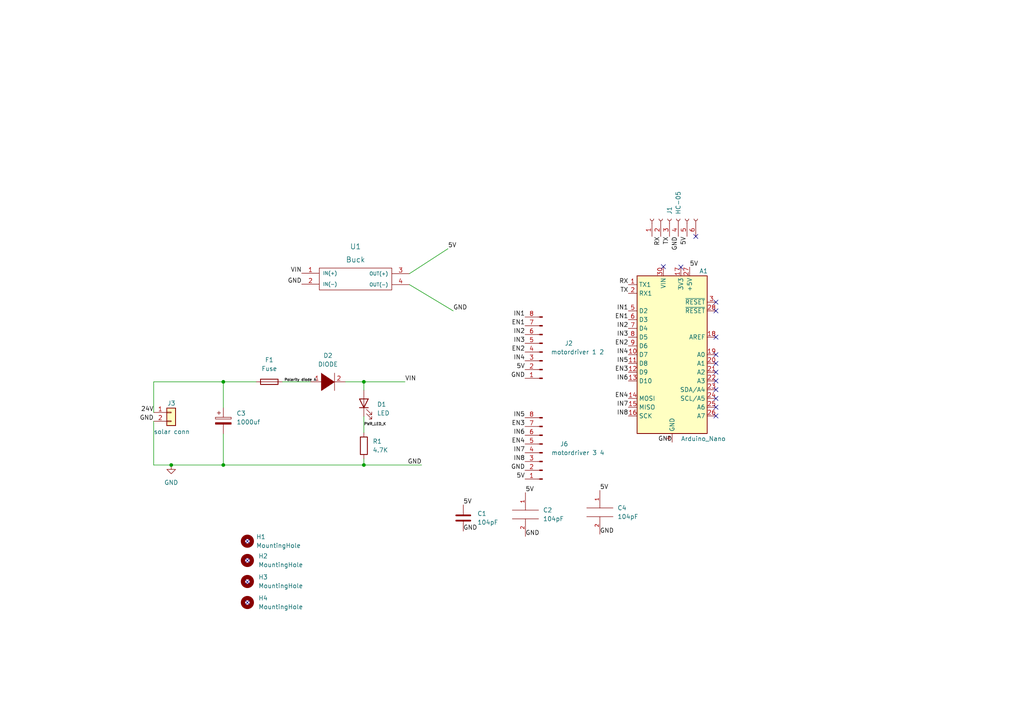
<source format=kicad_sch>
(kicad_sch (version 20211123) (generator eeschema)
  (paper "A4")
  (title_block (title "robosoccer") (date "2023-01-01"))
  (lib_symbols
    (symbol "Connector:Conn_01x06_Female" (pin_names (offset 1.016) hide)
      (property "Reference" "J" (at 0 7.62 0))
      (property "Value" "Conn_01x06_Female" (at 0 -10.16 0))
      (symbol "Conn_01x06_Female_1_1"
        (arc (start 0 -7.112) (mid -0.508 -7.62) (end 0 -8.128) (stroke (width 0.1524)))
        (arc (start 0 -4.572) (mid -0.508 -5.08) (end 0 -5.588) (stroke (width 0.1524)))
        (arc (start 0 -2.032) (mid -0.508 -2.54) (end 0 -3.048) (stroke (width 0.1524)))
        (polyline (pts (xy -1.27 -7.62) (xy -0.508 -7.62)) (stroke (width 0.1524)))
        (polyline (pts (xy -1.27 -5.08) (xy -0.508 -5.08)) (stroke (width 0.1524)))
        (polyline (pts (xy -1.27 -2.54) (xy -0.508 -2.54)) (stroke (width 0.1524)))
        (polyline (pts (xy -1.27 0) (xy -0.508 0)) (stroke (width 0.1524)))
        (polyline (pts (xy -1.27 2.54) (xy -0.508 2.54)) (stroke (width 0.1524)))
        (polyline (pts (xy -1.27 5.08) (xy -0.508 5.08)) (stroke (width 0.1524)))
        (arc (start 0 0.508) (mid -0.508 0) (end 0 -0.508) (stroke (width 0.1524)))
        (arc (start 0 3.048) (mid -0.508 2.54) (end 0 2.032) (stroke (width 0.1524)))
        (arc (start 0 5.588) (mid -0.508 5.08) (end 0 4.572) (stroke (width 0.1524)))
        (pin passive line (at -5.08 5.08 0) (length 3.81) (name "Pin_1") (number "1"))
        (pin passive line (at -5.08 2.54 0) (length 3.81) (name "Pin_2") (number "2"))
        (pin passive line (at -5.08 0 0) (length 3.81) (name "Pin_3") (number "3"))
        (pin passive line (at -5.08 -2.54 0) (length 3.81) (name "Pin_4") (number "4"))
        (pin passive line (at -5.08 -5.08 0) (length 3.81) (name "Pin_5") (number "5"))
        (pin passive line (at -5.08 -7.62 0) (length 3.81) (name "Pin_6") (number "6"))
      )
    )
    (symbol "Connector:Conn_01x08_Male" (pin_names (offset 1.016) hide)
      (property "Reference" "J" (at 0 10.16 0))
      (property "Value" "Conn_01x08_Male" (at 0 -12.7 0))
      (symbol "Conn_01x08_Male_1_1"
        (polyline (pts (xy 1.27 -10.16) (xy 0.8636 -10.16)) (stroke (width 0.1524)))
        (polyline (pts (xy 1.27 -7.62) (xy 0.8636 -7.62)) (stroke (width 0.1524)))
        (polyline (pts (xy 1.27 -5.08) (xy 0.8636 -5.08)) (stroke (width 0.1524)))
        (polyline (pts (xy 1.27 -2.54) (xy 0.8636 -2.54)) (stroke (width 0.1524)))
        (polyline (pts (xy 1.27 0) (xy 0.8636 0)) (stroke (width 0.1524)))
        (polyline (pts (xy 1.27 2.54) (xy 0.8636 2.54)) (stroke (width 0.1524)))
        (polyline (pts (xy 1.27 5.08) (xy 0.8636 5.08)) (stroke (width 0.1524)))
        (polyline (pts (xy 1.27 7.62) (xy 0.8636 7.62)) (stroke (width 0.1524)))
        (rectangle (start 0.8636 -10.033) (end 0 -10.287) (stroke (width 0.1524)) (fill (type outline)))
        (rectangle (start 0.8636 -7.493) (end 0 -7.747) (stroke (width 0.1524)) (fill (type outline)))
        (rectangle (start 0.8636 -4.953) (end 0 -5.207) (stroke (width 0.1524)) (fill (type outline)))
        (rectangle (start 0.8636 -2.413) (end 0 -2.667) (stroke (width 0.1524)) (fill (type outline)))
        (rectangle (start 0.8636 0.127) (end 0 -0.127) (stroke (width 0.1524)) (fill (type outline)))
        (rectangle (start 0.8636 2.667) (end 0 2.413) (stroke (width 0.1524)) (fill (type outline)))
        (rectangle (start 0.8636 5.207) (end 0 4.953) (stroke (width 0.1524)) (fill (type outline)))
        (rectangle (start 0.8636 7.747) (end 0 7.493) (stroke (width 0.1524)) (fill (type outline)))
        (pin passive line (at 5.08 7.62 180) (length 3.81) (name "Pin_1") (number "1"))
        (pin passive line (at 5.08 5.08 180) (length 3.81) (name "Pin_2") (number "2"))
        (pin passive line (at 5.08 2.54 180) (length 3.81) (name "Pin_3") (number "3"))
        (pin passive line (at 5.08 0 180) (length 3.81) (name "Pin_4") (number "4"))
        (pin passive line (at 5.08 -2.54 180) (length 3.81) (name "Pin_5") (number "5"))
        (pin passive line (at 5.08 -5.08 180) (length 3.81) (name "Pin_6") (number "6"))
        (pin passive line (at 5.08 -7.62 180) (length 3.81) (name "Pin_7") (number "7"))
        (pin passive line (at 5.08 -10.16 180) (length 3.81) (name "Pin_8") (number "8"))
      )
    )
    (symbol "Connector_Generic:Conn_01x02" (pin_names (offset 1.016) hide)
      (property "Reference" "J" (at 0 2.54 0))
      (property "Value" "Conn_01x02" (at 0 -5.08 0))
      (symbol "Conn_01x02_1_1"
        (rectangle (start -1.27 -2.413) (end 0 -2.667) (stroke (width 0.1524)))
        (rectangle (start -1.27 0.127) (end 0 -0.127) (stroke (width 0.1524)))
        (rectangle (start -1.27 1.27) (end 1.27 -3.81) (stroke (width 0.254)) (fill (type background)))
        (pin passive line (at -5.08 0 0) (length 3.81) (name "Pin_1") (number "1"))
        (pin passive line (at -5.08 -2.54 0) (length 3.81) (name "Pin_2") (number "2"))
      )
    )
    (symbol "Device:C" (pin_numbers hide) (pin_names (offset 0.254))
      (property "Reference" "C" (at 0.635 2.54 0))
      (property "Value" "C" (at 0.635 -2.54 0))
      (symbol "C_0_1"
        (polyline (pts (xy -2.032 -0.762) (xy 2.032 -0.762)) (stroke (width 0.508)))
        (polyline (pts (xy -2.032 0.762) (xy 2.032 0.762)) (stroke (width 0.508)))
      )
      (symbol "C_1_1"
        (pin passive line (at 0 3.81 270) (length 2.794) (name "~") (number "1"))
        (pin passive line (at 0 -3.81 90) (length 2.794) (name "~") (number "2"))
      )
    )
    (symbol "Device:C_Polarized" (pin_numbers hide) (pin_names (offset 0.254))
      (property "Reference" "C" (at 0.635 2.54 0))
      (property "Value" "C_Polarized" (at 0.635 -2.54 0))
      (symbol "C_Polarized_0_1"
        (rectangle (start -2.286 0.508) (end 2.286 1.016))
        (polyline (pts (xy -1.778 2.286) (xy -0.762 2.286)))
        (polyline (pts (xy -1.27 2.794) (xy -1.27 1.778)))
        (rectangle (start 2.286 -0.508) (end -2.286 -1.016) (fill (type outline)))
      )
      (symbol "C_Polarized_1_1"
        (pin passive line (at 0 3.81 270) (length 2.794) (name "~") (number "1"))
        (pin passive line (at 0 -3.81 90) (length 2.794) (name "~") (number "2"))
      )
    )
    (symbol "Device:Fuse" (pin_numbers hide) (pin_names (offset 0))
      (property "Reference" "F" (at 2.032 0 90))
      (property "Value" "Fuse" (at -1.905 0 90))
      (symbol "Fuse_0_1"
        (rectangle (start -0.762 -2.54) (end 0.762 2.54) (stroke (width 0.254)))
        (polyline (pts (xy 0 2.54) (xy 0 -2.54)))
      )
      (symbol "Fuse_1_1"
        (pin passive line (at 0 3.81 270) (length 1.27) (name "~") (number "1"))
        (pin passive line (at 0 -3.81 90) (length 1.27) (name "~") (number "2"))
      )
    )
    (symbol "Device:LED" (pin_numbers hide) (pin_names (offset 1.016) hide)
      (property "Reference" "D" (at 0 2.54 0))
      (property "Value" "LED" (at 0 -2.54 0))
      (symbol "LED_0_1"
        (polyline (pts (xy -1.27 -1.27) (xy -1.27 1.27)) (stroke (width 0.254)))
        (polyline (pts (xy -1.27 0) (xy 1.27 0)))
        (polyline (pts (xy 1.27 -1.27) (xy 1.27 1.27) (xy -1.27 0) (xy 1.27 -1.27)) (stroke (width 0.254)))
        (polyline (pts (xy -3.048 -0.762) (xy -4.572 -2.286) (xy -3.81 -2.286) (xy -4.572 -2.286) (xy -4.572 -1.524)))
        (polyline (pts (xy -1.778 -0.762) (xy -3.302 -2.286) (xy -2.54 -2.286) (xy -3.302 -2.286) (xy -3.302 -1.524)))
      )
      (symbol "LED_1_1"
        (pin passive line (at -3.81 0 0) (length 2.54) (name "K") (number "1"))
        (pin passive line (at 3.81 0 180) (length 2.54) (name "A") (number "2"))
      )
    )
    (symbol "Device:R" (pin_numbers hide) (pin_names (offset 0))
      (property "Reference" "R" (at 2.032 0 90))
      (property "Value" "R" (at 0 0 90))
      (symbol "R_0_1"
        (rectangle (start -1.016 -2.54) (end 1.016 2.54) (stroke (width 0.254)))
      )
      (symbol "R_1_1"
        (pin passive line (at 0 3.81 270) (length 1.27) (name "~") (number "1"))
        (pin passive line (at 0 -3.81 90) (length 1.27) (name "~") (number "2"))
      )
    )
    (symbol "MCU_Module:Arduino_Nano_Every"
      (property "Reference" "A" (at -10.16 23.495 0))
      (property "Value" "Arduino_Nano_Every" (at 5.08 -24.13 0))
      (symbol "Arduino_Nano_Every_0_1"
        (rectangle (start -10.16 22.86) (end 10.16 -22.86) (stroke (width 0.254)) (fill (type background)))
      )
      (symbol "Arduino_Nano_Every_1_1"
        (pin bidirectional line (at -12.7 20.32 0) (length 2.54) (name "TX1") (number "1"))
        (pin bidirectional line (at -12.7 0 0) (length 2.54) (name "D7") (number "10"))
        (pin bidirectional line (at -12.7 -2.54 0) (length 2.54) (name "D8") (number "11"))
        (pin bidirectional line (at -12.7 -5.08 0) (length 2.54) (name "D9") (number "12"))
        (pin bidirectional line (at -12.7 -7.62 0) (length 2.54) (name "D10") (number "13"))
        (pin bidirectional line (at -12.7 -12.7 0) (length 2.54) (name "MOSI") (number "14"))
        (pin bidirectional line (at -12.7 -15.24 0) (length 2.54) (name "MISO") (number "15"))
        (pin bidirectional line (at -12.7 -17.78 0) (length 2.54) (name "SCK") (number "16"))
        (pin power_out line (at 2.54 25.4 270) (length 2.54) (name "3V3") (number "17"))
        (pin input line (at 12.7 5.08 180) (length 2.54) (name "AREF") (number "18"))
        (pin bidirectional line (at 12.7 0 180) (length 2.54) (name "A0") (number "19"))
        (pin bidirectional line (at -12.7 17.78 0) (length 2.54) (name "RX1") (number "2"))
        (pin bidirectional line (at 12.7 -2.54 180) (length 2.54) (name "A1") (number "20"))
        (pin bidirectional line (at 12.7 -5.08 180) (length 2.54) (name "A2") (number "21"))
        (pin bidirectional line (at 12.7 -7.62 180) (length 2.54) (name "A3") (number "22"))
        (pin bidirectional line (at 12.7 -10.16 180) (length 2.54) (name "SDA/A4") (number "23"))
        (pin bidirectional line (at 12.7 -12.7 180) (length 2.54) (name "SCL/A5") (number "24"))
        (pin bidirectional line (at 12.7 -15.24 180) (length 2.54) (name "A6") (number "25"))
        (pin bidirectional line (at 12.7 -17.78 180) (length 2.54) (name "A7") (number "26"))
        (pin power_out line (at 5.08 25.4 270) (length 2.54) (name "+5V") (number "27"))
        (pin input line (at 12.7 12.7 180) (length 2.54) (name "~{RESET}") (number "28"))
        (pin passive line (at 0 -25.4 90) (length 2.54) hide (name "GND") (number "29"))
        (pin input line (at 12.7 15.24 180) (length 2.54) (name "~{RESET}") (number "3"))
        (pin power_in line (at -2.54 25.4 270) (length 2.54) (name "VIN") (number "30"))
        (pin power_in line (at 0 -25.4 90) (length 2.54) (name "GND") (number "4"))
        (pin bidirectional line (at -12.7 12.7 0) (length 2.54) (name "D2") (number "5"))
        (pin bidirectional line (at -12.7 10.16 0) (length 2.54) (name "D3") (number "6"))
        (pin bidirectional line (at -12.7 7.62 0) (length 2.54) (name "D4") (number "7"))
        (pin bidirectional line (at -12.7 5.08 0) (length 2.54) (name "D5") (number "8"))
        (pin bidirectional line (at -12.7 2.54 0) (length 2.54) (name "D6") (number "9"))
      )
    )
    (symbol "MY_LIB:Buck" (pin_names (offset 1.016))
      (property "Reference" "U" (at 8.2296 7.4676 0))
      (property "Value" "Buck" (at 3.1496 7.4676 0))
      (symbol "Buck_0_0"
        (rectangle (start 0.0254 6.4516) (end 21.0566 0.1016))
      )
      (symbol "Buck_1_1"
        (pin input line (at -5.08 4.953 0) (length 5.08) (name "IN(+)") (number "1"))
        (pin input line (at -5.08 1.778 0) (length 5.08) (name "IN(-)") (number "2"))
        (pin input line (at 26.162 4.826 180) (length 5.08) (name "OUT(+)") (number "3"))
        (pin input line (at 26.162 1.651 180) (length 5.08) (name "OUT(-)") (number "4"))
      )
    )
    (symbol "Mechanical:MountingHole" (pin_names (offset 1.016))
      (property "Reference" "H" (at 0 5.08 0))
      (property "Value" "MountingHole" (at 0 3.175 0))
      (symbol "MountingHole_0_1"
        (circle (center 0 0) (radius 1.27) (stroke (width 1.27)))
      )
    )
    (symbol "power:GND" (power) (pin_names (offset 0))
      (property "Value" "GND" (at 0 -3.81 0))
      (symbol "GND_0_1"
        (polyline (pts (xy 0 0) (xy 0 -1.27) (xy 1.27 -1.27) (xy 0 -2.54) (xy -1.27 -1.27) (xy 0 -1.27)))
      )
      (symbol "GND_1_1"
        (pin power_in line (at 0 0 270) (length 0) hide (name "GND") (number "1"))
      )
    )
    (symbol "pspice:CAP" (pin_names (offset 0.254))
      (property "Reference" "C" (at 2.54 3.81 90))
      (property "Value" "CAP" (at 2.54 -3.81 90))
      (symbol "CAP_0_1"
        (polyline (pts (xy -3.81 -1.27) (xy 3.81 -1.27)))
        (polyline (pts (xy -3.81 1.27) (xy 3.81 1.27)))
      )
      (symbol "CAP_1_1"
        (pin passive line (at 0 6.35 270) (length 5.08) (name "~") (number "1"))
        (pin passive line (at 0 -6.35 90) (length 5.08) (name "~") (number "2"))
      )
    )
    (symbol "pspice:DIODE" (pin_names (offset 1.016) hide)
      (property "Reference" "D" (at 0 3.81 0))
      (property "Value" "DIODE" (at 0 -4.445 0))
      (symbol "DIODE_0_1"
        (polyline (pts (xy 1.905 2.54) (xy 1.905 -2.54)))
        (polyline (pts (xy -1.905 2.54) (xy -1.905 -2.54) (xy 1.905 0)) (fill (type outline)))
      )
      (symbol "DIODE_1_1"
        (pin input line (at -5.08 0 0) (length 3.81) (name "K") (number "1"))
        (pin input line (at 5.08 0 180) (length 3.81) (name "A") (number "2"))
      )
    )
  )
  (junction (at 64.77 134.874))
  (junction (at 105.537 134.874))
  (junction (at 105.537 110.744))
  (junction (at 64.77 110.744))
  (junction (at 49.657 134.874))
  (no_connect (at 71.755 156.972))
  (no_connect (at 207.645 87.63))
  (no_connect (at 207.645 118.11))
  (no_connect (at 207.645 102.87))
  (no_connect (at 207.645 90.17))
  (no_connect (at 207.645 97.79))
  (no_connect (at 207.645 107.95))
  (no_connect (at 197.485 77.47))
  (no_connect (at 207.645 115.57))
  (no_connect (at 71.755 174.752))
  (no_connect (at 201.803 68.58))
  (no_connect (at 71.755 168.783))
  (no_connect (at 71.755 162.56))
  (no_connect (at 207.645 105.41))
  (no_connect (at 207.645 113.03))
  (no_connect (at 207.645 110.49))
  (no_connect (at 192.405 77.343))
  (no_connect (at 207.645 120.65))
  (wire (pts (xy 105.537 110.744) (xy 105.537 113.157)))
  (wire (pts (xy 118.745 82.55) (xy 131.445 90.17)))
  (wire (pts (xy 81.915 110.744) (xy 90.043 110.744)))
  (wire (pts (xy 100.203 110.744) (xy 105.537 110.744)))
  (wire (pts (xy 105.537 133.096) (xy 105.537 134.874)))
  (wire (pts (xy 44.577 119.634) (xy 44.577 110.744)))
  (wire (pts (xy 105.537 120.777) (xy 105.537 125.476)))
  (wire (pts (xy 118.745 79.375) (xy 129.921 72.136)))
  (wire (pts (xy 105.537 134.874) (xy 122.301 134.874)))
  (wire (pts (xy 49.657 134.874) (xy 64.77 134.874)))
  (wire (pts (xy 44.577 122.174) (xy 44.577 134.874)))
  (wire (pts (xy 64.77 110.744) (xy 74.295 110.744)))
  (wire (pts (xy 44.577 110.744) (xy 64.77 110.744)))
  (wire (pts (xy 64.77 125.857) (xy 64.77 134.874)))
  (wire (pts (xy 44.577 134.874) (xy 49.657 134.874)))
  (wire (pts (xy 105.537 110.744) (xy 117.475 110.744)))
  (wire (pts (xy 64.77 134.874) (xy 105.537 134.874)))
  (wire (pts (xy 64.77 110.744) (xy 64.77 118.237)))
  (label "5V" (at 152.4 142.875 0))
  (label "5V" (at 152.273 107.188 180))
  (label "IN4" (at 152.273 104.648 180))
  (label "IN2" (at 152.273 97.028 180))
  (label "PWR_LED_K" (at 105.537 123.571 0) (effects (font (size 0.75 0.75))))
  (label "5V" (at 173.99 142.24 0))
  (label "IN3" (at 182.245 97.79 180))
  (label "EN3" (at 152.273 123.698 180))
  (label "IN8" (at 182.245 120.65 180))
  (label "GND" (at 152.273 136.398 180))
  (label "IN7" (at 152.273 131.318 180))
  (label "EN3" (at 182.245 107.95 180))
  (label "IN7" (at 182.245 118.11 180))
  (label "IN8" (at 152.273 133.858 180))
  (label "GND" (at 152.273 109.728 180))
  (label "5V" (at 200.025 77.47 0))
  (label "EN4" (at 152.273 128.778 180))
  (label "GND" (at 134.366 154.051 0))
  (label "IN6" (at 152.273 126.238 180))
  (label "5V" (at 152.273 138.938 180))
  (label "GND" (at 122.301 134.874 180))
  (label "GND" (at 131.445 90.17 0))
  (label "24V" (at 44.577 119.634 180))
  (label "IN6" (at 182.245 110.49 180))
  (label "5V" (at 129.921 72.136 0))
  (label "GND" (at 196.723 68.58 270))
  (label "Polarity diode A" (at 82.423 110.744 0) (effects (font (size 0.75 0.75))))
  (label "GND" (at 194.945 128.27 180))
  (label "5V" (at 134.366 146.431 0))
  (label "EN4" (at 182.245 115.57 180))
  (label "IN5" (at 152.273 121.158 180))
  (label "IN5" (at 182.245 105.41 180))
  (label "IN2" (at 182.245 95.25 180))
  (label "VIN" (at 87.503 79.248 180))
  (label "GND" (at 173.99 154.94 0))
  (label "EN1" (at 182.245 92.71 180))
  (label "VIN" (at 117.475 110.744 0))
  (label "GND" (at 44.577 122.174 180))
  (label "IN1" (at 152.273 91.948 180))
  (label "EN1" (at 152.273 94.488 180))
  (label "TX" (at 194.183 68.58 270))
  (label "5V" (at 199.263 68.58 270))
  (label "IN3" (at 152.273 99.568 180))
  (label "RX" (at 182.245 82.55 180))
  (label "EN2" (at 152.273 102.108 180))
  (label "IN4" (at 182.245 102.87 180))
  (label "TX" (at 182.245 85.09 180))
  (label "RX" (at 191.643 68.58 270))
  (label "GND" (at 87.503 82.423 180))
  (label "GND" (at 152.4 155.575 0))
  (label "EN2" (at 182.245 100.33 180))
  (label "IN1" (at 182.245 90.17 180))
  (symbol (lib_id "Connector:Conn_01x08_Male") (at 157.353 102.108 180) (unit 1)
    (property "Reference" "J2" (at 164.973 99.568 0))
    (property "Value" "motordriver 1 2" (at 167.513 102.108 0))
    (property "Footprint" "MY_LIB:JST_EH_B8B-EH-A_1x08_P2.50mm_Vertical" (effects hide))
  )
  (symbol (lib_id "Mechanical:MountingHole") (at 71.755 174.752 0) (unit 1)
    (property "Reference" "H4" (at 74.93 173.4819 0) (effects (justify left)))
    (property "Value" "MountingHole" (at 74.93 176.0219 0) (effects (justify left)))
    (property "Footprint" "MountingHole:MountingHole_3.2mm_M3_DIN965_Pad" (effects hide))
  )
  (symbol (lib_id "pspice:DIODE") (at 95.123 110.744 0) (unit 1)
    (property "Reference" "D2" (at 95.123 103.124 0))
    (property "Value" "DIODE" (at 95.123 105.664 0))
    (property "Footprint" "MY_LIB:Diode_Medium" (effects hide))
  )
  (symbol (lib_id "Device:C_Polarized") (at 64.77 122.047 0) (unit 1)
    (property "Reference" "C3" (at 68.58 119.8879 0) (effects (justify left)))
    (property "Value" "1000uf" (at 68.58 122.4279 0) (effects (justify left)))
    (property "Footprint" "MY_LIB:Capacitor_1000uF" (effects hide))
  )
  (symbol (lib_id "Device:R") (at 105.537 129.286 0) (unit 1)
    (property "Reference" "R1" (at 108.077 128.0159 0) (effects (justify left)))
    (property "Value" "4.7K" (at 108.077 130.5559 0) (effects (justify left)))
    (property "Footprint" "MY_LIB:Resistor_small" (effects hide))
  )
  (symbol (lib_id "MCU_Module:Arduino_Nano_Every") (at 194.945 102.87 0) (unit 1)
    (property "Reference" "A1" (at 202.819 78.613 0) (effects (justify left)))
    (property "Value" "Arduino_Nano" (at 197.485 127.254 0) (effects (justify left)))
    (property "Footprint" "MY_LIB:Arduino_Nano" (effects hide))
    (property "Datasheet" "https://content.arduino.cc/assets/NANOEveryV3.0_sch.pdf" (effects hide))
  )
  (symbol (lib_id "Device:LED") (at 105.537 116.967 90) (unit 1)
    (property "Reference" "D1" (at 109.347 117.2844 90) (effects (justify right)))
    (property "Value" "LED" (at 109.347 119.8244 90) (effects (justify right)))
    (property "Footprint" "MY_LIB:LED_D3.0mm" (effects hide))
  )
  (symbol (lib_id "pspice:CAP") (at 152.4 149.225 0) (unit 1)
    (property "Reference" "C2" (at 157.48 147.9549 0) (effects (justify left)))
    (property "Value" "104pF" (at 157.48 150.4949 0) (effects (justify left)))
    (property "Footprint" "MY_LIB:Capacitor_Disc_Small" (effects hide))
  )
  (symbol (lib_id "power:GND") (at 49.657 134.874 0) (unit 1)
    (property "Reference" "#PWR0101" (effects hide))
    (property "Value" "GND" (at 49.657 139.954 0))
  )
  (symbol (lib_id "Mechanical:MountingHole") (at 71.755 168.656 0) (unit 1)
    (property "Reference" "H3" (at 74.93 167.3859 0) (effects (justify left)))
    (property "Value" "MountingHole" (at 74.93 169.9259 0) (effects (justify left)))
    (property "Footprint" "MountingHole:MountingHole_3.2mm_M3_DIN965_Pad" (effects hide))
  )
  (symbol (lib_id "Device:C") (at 134.366 150.241 0) (unit 1)
    (property "Reference" "C1" (at 138.43 148.9709 0) (effects (justify left)))
    (property "Value" "104pF" (at 138.43 151.5109 0) (effects (justify left)))
    (property "Footprint" "MY_LIB:Capacitor_Disc_Small" (effects hide))
  )
  (symbol (lib_id "pspice:CAP") (at 173.99 148.59 0) (unit 1)
    (property "Reference" "C4" (at 179.07 147.3199 0) (effects (justify left)))
    (property "Value" "104pF" (at 179.07 149.8599 0) (effects (justify left)))
    (property "Footprint" "MY_LIB:Capacitor_Disc_Small" (effects hide))
  )
  (symbol (lib_id "Connector:Conn_01x06_Female") (at 194.183 63.5 90) (unit 1)
    (property "Reference" "J1" (at 194.1829 62.23 0) (effects (justify left)))
    (property "Value" "HC-05" (at 196.7229 62.23 0) (effects (justify left)))
    (property "Footprint" "MY_LIB:JST_EH_B6B-EH-A_1x06_P2.50mm_Vertical" (effects hide))
  )
  (symbol (lib_id "MY_LIB:Buck") (at 92.583 84.201 0) (unit 1)
    (property "Reference" "U1" (at 103.124 71.501 0) (effects (font (size 1.524 1.524))))
    (property "Value" "Buck" (at 103.124 75.311 0) (effects (font (size 1.524 1.524))))
    (property "Footprint" "MY_LIB:Buck_Regulator" (effects hide))
  )
  (symbol (lib_id "Mechanical:MountingHole") (at 71.755 162.56 0) (unit 1)
    (property "Reference" "H2" (at 74.93 161.2899 0) (effects (justify left)))
    (property "Value" "MountingHole" (at 74.93 163.8299 0) (effects (justify left)))
    (property "Footprint" "MountingHole:MountingHole_3.2mm_M3_DIN965_Pad" (effects hide))
  )
  (symbol (lib_id "Device:Fuse") (at 78.105 110.744 90) (unit 1)
    (property "Reference" "F1" (at 78.105 104.394 90))
    (property "Value" "Fuse" (at 78.105 106.934 90))
    (property "Footprint" "MY_LIB:Fuse_Holder" (effects hide))
  )
  (symbol (lib_id "Connector_Generic:Conn_01x02") (at 49.657 119.634 0) (unit 1)
    (property "Reference" "J3" (at 48.514 116.967 0) (effects (justify left)))
    (property "Value" "solar conn" (at 44.577 125.222 0) (effects (justify left)))
    (property "Footprint" "MY_LIB:Solar_Connector" (effects hide))
  )
  (symbol (lib_id "Mechanical:MountingHole") (at 71.755 156.972 0) (unit 1)
    (property "Reference" "H1" (at 74.295 155.7019 0) (effects (justify left)))
    (property "Value" "MountingHole" (at 74.295 158.2419 0) (effects (justify left)))
    (property "Footprint" "MountingHole:MountingHole_3.2mm_M3_DIN965_Pad" (effects hide))
  )
  (symbol (lib_id "Connector:Conn_01x08_Male") (at 157.353 131.318 180) (unit 1)
    (property "Reference" "J6" (at 162.433 128.778 0) (effects (justify right)))
    (property "Value" "motordriver 3 4" (at 159.893 131.318 0) (effects (justify right)))
    (property "Footprint" "MY_LIB:JST_EH_B8B-EH-A_1x08_P2.50mm_Vertical" (effects hide))
  )
)
</source>
